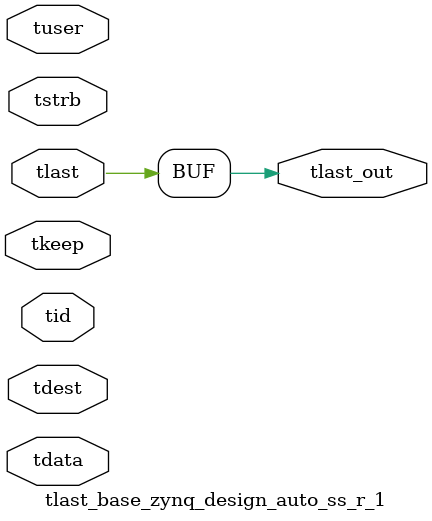
<source format=v>


`timescale 1ps/1ps

module tlast_base_zynq_design_auto_ss_r_1 #
(
parameter C_S_AXIS_TID_WIDTH   = 1,
parameter C_S_AXIS_TUSER_WIDTH = 0,
parameter C_S_AXIS_TDATA_WIDTH = 0,
parameter C_S_AXIS_TDEST_WIDTH = 0
)
(
input  [(C_S_AXIS_TID_WIDTH   == 0 ? 1 : C_S_AXIS_TID_WIDTH)-1:0       ] tid,
input  [(C_S_AXIS_TDATA_WIDTH == 0 ? 1 : C_S_AXIS_TDATA_WIDTH)-1:0     ] tdata,
input  [(C_S_AXIS_TUSER_WIDTH == 0 ? 1 : C_S_AXIS_TUSER_WIDTH)-1:0     ] tuser,
input  [(C_S_AXIS_TDEST_WIDTH == 0 ? 1 : C_S_AXIS_TDEST_WIDTH)-1:0     ] tdest,
input  [(C_S_AXIS_TDATA_WIDTH/8)-1:0 ] tkeep,
input  [(C_S_AXIS_TDATA_WIDTH/8)-1:0 ] tstrb,
input  [0:0]                                                             tlast,
output                                                                   tlast_out
);

assign tlast_out = {tlast[0]};

endmodule


</source>
